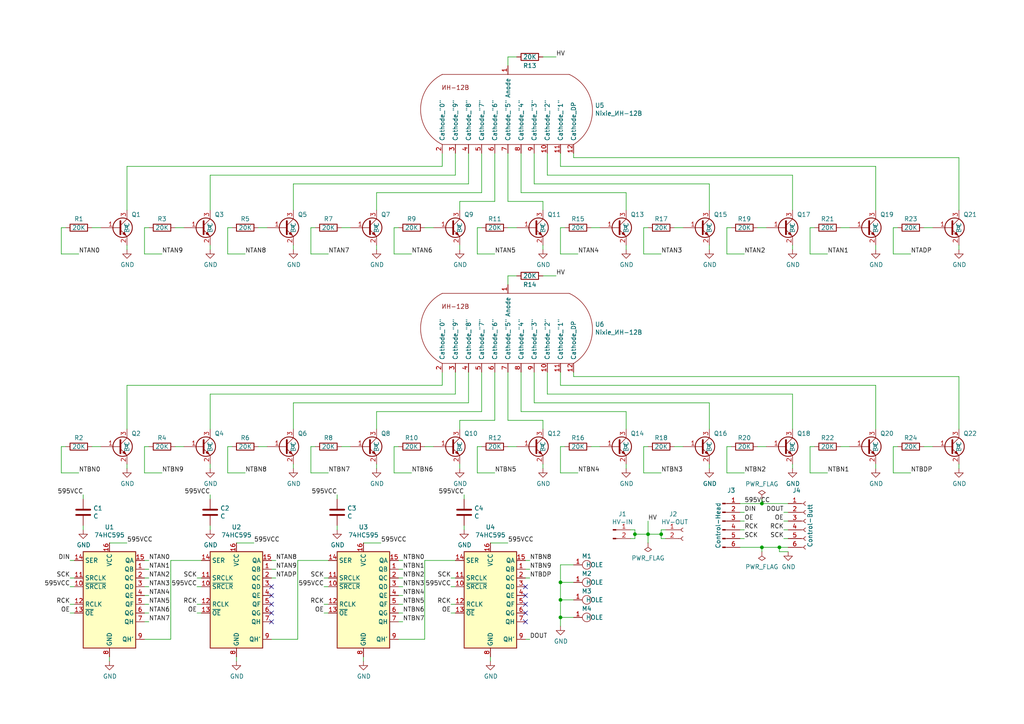
<source format=kicad_sch>
(kicad_sch (version 20230121) (generator eeschema)
  (paper "A4")
  (title_block (title "Two-pronged Approach") (date "2023-11-27") (rev "0.2") (company "Final Resolution"))
  (lib_symbols
    (symbol "Connector:Conn_01x02_Pin" (pin_names (offset 1.016) hide)
      (property "Reference" "J" (at 0 2.54 0))
      (property "Value" "Conn_01x02_Pin" (at 0 -5.08 0))
      (symbol "Conn_01x02_Pin_1_1"
        (polyline (pts (xy 1.27 -2.54) (xy 0.8636 -2.54)) (stroke (width 0.1524)))
        (polyline (pts (xy 1.27 0) (xy 0.8636 0)) (stroke (width 0.1524)))
        (rectangle (start 0.8636 -2.413) (end 0 -2.667) (stroke (width 0.1524)) (fill (type outline)))
        (rectangle (start 0.8636 0.127) (end 0 -0.127) (stroke (width 0.1524)) (fill (type outline)))
        (pin passive line (at 5.08 0 180) (length 3.81) (name "Pin_1") (number "1"))
        (pin passive line (at 5.08 -2.54 180) (length 3.81) (name "Pin_2") (number "2"))
      )
    )
    (symbol "Connector:Conn_01x02_Socket" (pin_names (offset 1.016) hide)
      (property "Reference" "J" (at 0 2.54 0))
      (property "Value" "Conn_01x02_Socket" (at 0 -5.08 0))
      (symbol "Conn_01x02_Socket_1_1"
        (arc (start 0 -2.032) (mid -0.5058 -2.54) (end 0 -3.048) (stroke (width 0.1524)))
        (polyline (pts (xy -1.27 -2.54) (xy -0.508 -2.54)) (stroke (width 0.1524)))
        (polyline (pts (xy -1.27 0) (xy -0.508 0)) (stroke (width 0.1524)))
        (arc (start 0 0.508) (mid -0.5058 0) (end 0 -0.508) (stroke (width 0.1524)))
        (pin passive line (at -5.08 0 0) (length 3.81) (name "Pin_1") (number "1"))
        (pin passive line (at -5.08 -2.54 0) (length 3.81) (name "Pin_2") (number "2"))
      )
    )
    (symbol "Connector:Conn_01x06_Pin" (pin_names (offset 1.016) hide)
      (property "Reference" "J" (at 0 7.62 0))
      (property "Value" "Conn_01x06_Pin" (at 0 -10.16 0))
      (symbol "Conn_01x06_Pin_1_1"
        (polyline (pts (xy 1.27 -7.62) (xy 0.8636 -7.62)) (stroke (width 0.1524)))
        (polyline (pts (xy 1.27 -5.08) (xy 0.8636 -5.08)) (stroke (width 0.1524)))
        (polyline (pts (xy 1.27 -2.54) (xy 0.8636 -2.54)) (stroke (width 0.1524)))
        (polyline (pts (xy 1.27 0) (xy 0.8636 0)) (stroke (width 0.1524)))
        (polyline (pts (xy 1.27 2.54) (xy 0.8636 2.54)) (stroke (width 0.1524)))
        (polyline (pts (xy 1.27 5.08) (xy 0.8636 5.08)) (stroke (width 0.1524)))
        (rectangle (start 0.8636 -7.493) (end 0 -7.747) (stroke (width 0.1524)) (fill (type outline)))
        (rectangle (start 0.8636 -4.953) (end 0 -5.207) (stroke (width 0.1524)) (fill (type outline)))
        (rectangle (start 0.8636 -2.413) (end 0 -2.667) (stroke (width 0.1524)) (fill (type outline)))
        (rectangle (start 0.8636 0.127) (end 0 -0.127) (stroke (width 0.1524)) (fill (type outline)))
        (rectangle (start 0.8636 2.667) (end 0 2.413) (stroke (width 0.1524)) (fill (type outline)))
        (rectangle (start 0.8636 5.207) (end 0 4.953) (stroke (width 0.1524)) (fill (type outline)))
        (pin passive line (at 5.08 5.08 180) (length 3.81) (name "Pin_1") (number "1"))
        (pin passive line (at 5.08 2.54 180) (length 3.81) (name "Pin_2") (number "2"))
        (pin passive line (at 5.08 0 180) (length 3.81) (name "Pin_3") (number "3"))
        (pin passive line (at 5.08 -2.54 180) (length 3.81) (name "Pin_4") (number "4"))
        (pin passive line (at 5.08 -5.08 180) (length 3.81) (name "Pin_5") (number "5"))
        (pin passive line (at 5.08 -7.62 180) (length 3.81) (name "Pin_6") (number "6"))
      )
    )
    (symbol "Connector:Conn_01x06_Socket" (pin_names (offset 1.016) hide)
      (property "Reference" "J" (at 0 7.62 0))
      (property "Value" "Conn_01x06_Socket" (at 0 -10.16 0))
      (symbol "Conn_01x06_Socket_1_1"
        (arc (start 0 -7.112) (mid -0.5058 -7.62) (end 0 -8.128) (stroke (width 0.1524)))
        (arc (start 0 -4.572) (mid -0.5058 -5.08) (end 0 -5.588) (stroke (width 0.1524)))
        (arc (start 0 -2.032) (mid -0.5058 -2.54) (end 0 -3.048) (stroke (width 0.1524)))
        (polyline (pts (xy -1.27 -7.62) (xy -0.508 -7.62)) (stroke (width 0.1524)))
        (polyline (pts (xy -1.27 -5.08) (xy -0.508 -5.08)) (stroke (width 0.1524)))
        (polyline (pts (xy -1.27 -2.54) (xy -0.508 -2.54)) (stroke (width 0.1524)))
        (polyline (pts (xy -1.27 0) (xy -0.508 0)) (stroke (width 0.1524)))
        (polyline (pts (xy -1.27 2.54) (xy -0.508 2.54)) (stroke (width 0.1524)))
        (polyline (pts (xy -1.27 5.08) (xy -0.508 5.08)) (stroke (width 0.1524)))
        (arc (start 0 0.508) (mid -0.5058 0) (end 0 -0.508) (stroke (width 0.1524)))
        (arc (start 0 3.048) (mid -0.5058 2.54) (end 0 2.032) (stroke (width 0.1524)))
        (arc (start 0 5.588) (mid -0.5058 5.08) (end 0 4.572) (stroke (width 0.1524)))
        (pin passive line (at -5.08 5.08 0) (length 3.81) (name "Pin_1") (number "1"))
        (pin passive line (at -5.08 2.54 0) (length 3.81) (name "Pin_2") (number "2"))
        (pin passive line (at -5.08 0 0) (length 3.81) (name "Pin_3") (number "3"))
        (pin passive line (at -5.08 -2.54 0) (length 3.81) (name "Pin_4") (number "4"))
        (pin passive line (at -5.08 -5.08 0) (length 3.81) (name "Pin_5") (number "5"))
        (pin passive line (at -5.08 -7.62 0) (length 3.81) (name "Pin_6") (number "6"))
      )
    )
    (symbol "Device:C" (pin_numbers hide) (pin_names (offset 0.254))
      (property "Reference" "C" (at 0.635 2.54 0))
      (property "Value" "C" (at 0.635 -2.54 0))
      (symbol "C_0_1"
        (polyline (pts (xy -2.032 -0.762) (xy 2.032 -0.762)) (stroke (width 0.508)))
        (polyline (pts (xy -2.032 0.762) (xy 2.032 0.762)) (stroke (width 0.508)))
      )
      (symbol "C_1_1"
        (pin passive line (at 0 3.81 270) (length 2.794) (name "~") (number "1"))
        (pin passive line (at 0 -3.81 90) (length 2.794) (name "~") (number "2"))
      )
    )
    (symbol "Device:R" (pin_numbers hide) (pin_names (offset 0))
      (property "Reference" "R" (at 2.032 0 90))
      (property "Value" "R" (at 0 0 90))
      (symbol "R_0_1"
        (rectangle (start -1.016 -2.54) (end 1.016 2.54) (stroke (width 0.254)))
      )
      (symbol "R_1_1"
        (pin passive line (at 0 3.81 270) (length 1.27) (name "~") (number "1"))
        (pin passive line (at 0 -3.81 90) (length 1.27) (name "~") (number "2"))
      )
    )
    (symbol "Nxie_Module:74HC595"
      (property "Reference" "U" (at -7.62 13.97 0))
      (property "Value" "74HC595" (at -7.62 -16.51 0))
      (symbol "74HC595_1_0"
        (pin tri_state line (at 10.16 7.62 180) (length 2.54) (name "QB") (number "1"))
        (pin input line (at -10.16 2.54 0) (length 2.54) (name "~{SRCLR}") (number "10"))
        (pin input line (at -10.16 5.08 0) (length 2.54) (name "SRCLK") (number "11"))
        (pin input line (at -10.16 -2.54 0) (length 2.54) (name "RCLK") (number "12"))
        (pin input line (at -10.16 -5.08 0) (length 2.54) (name "~{OE}") (number "13"))
        (pin input line (at -10.16 10.16 0) (length 2.54) (name "SER") (number "14"))
        (pin tri_state line (at 10.16 10.16 180) (length 2.54) (name "QA") (number "15"))
        (pin power_in line (at 0 15.24 270) (length 2.54) (name "VCC") (number "16"))
        (pin tri_state line (at 10.16 5.08 180) (length 2.54) (name "QC") (number "2"))
        (pin tri_state line (at 10.16 2.54 180) (length 2.54) (name "QD") (number "3"))
        (pin tri_state line (at 10.16 0 180) (length 2.54) (name "QE") (number "4"))
        (pin tri_state line (at 10.16 -2.54 180) (length 2.54) (name "QF") (number "5"))
        (pin tri_state line (at 10.16 -5.08 180) (length 2.54) (name "QG") (number "6"))
        (pin tri_state line (at 10.16 -7.62 180) (length 2.54) (name "QH") (number "7"))
        (pin power_in line (at 0 -17.78 90) (length 2.54) (name "GND") (number "8"))
        (pin output line (at 10.16 -12.7 180) (length 2.54) (name "QH'") (number "9"))
      )
      (symbol "74HC595_1_1"
        (rectangle (start -7.62 12.7) (end 7.62 -15.24) (stroke (width 0.254)) (fill (type background)))
      )
    )
    (symbol "Nxie_Module:M3-Hole" (pin_names (offset 1.016))
      (property "Reference" "M" (at 0 0 0))
      (property "Value" "M3-Hole" (at 0 0 0))
      (symbol "M3-Hole_0_1"
        (circle (center 1.27 -3.81) (radius 1.27))
      )
      (symbol "M3-Hole_1_1"
        (pin passive line (at -2.54 -3.81 0) (length 2.54) (name "HOLE") (number "1"))
      )
    )
    (symbol "Nxie_Module:MMBTA42" (pin_names (offset 1.016))
      (property "Reference" "Q" (at 0 10.16 0))
      (property "Value" "MMBTA42" (at 0 7.62 0))
      (symbol "MMBTA42_1_1"
        (polyline (pts (xy -0.635 0.635) (xy 1.27 2.54)))
        (polyline (pts (xy -0.635 -0.635) (xy 1.27 -2.54) (xy 1.27 -2.54)))
        (polyline (pts (xy -0.635 1.905) (xy -0.635 -1.905) (xy -0.635 -1.905)) (stroke (width 0.508)))
        (polyline (pts (xy 0 -1.778) (xy 0.508 -1.27) (xy 1.016 -2.286) (xy 0 -1.778) (xy 0 -1.778)) (fill (type outline)))
        (circle (center 0 0) (radius 2.8194) (stroke (width 0.254)))
        (pin input line (at -6.35 0 0) (length 5.715) (name "B") (number "1"))
        (pin passive line (at 1.27 -5.08 90) (length 2.54) (name "E") (number "2"))
        (pin passive line (at 1.27 5.08 270) (length 2.54) (name "C") (number "3"))
      )
    )
    (symbol "Nxie_Module:Nixie_ИН-12B" (pin_names (offset 1.016))
      (property "Reference" "U" (at 0 20.32 0))
      (property "Value" "Nixie_ИН-12B" (at 0 17.78 0))
      (symbol "Nixie_ИН-12B_0_0"
        (arc (start 19.05 -10.16) (mid 24.4984 0.3861) (end 17.78 10.16))
        (text "ИН-12B" (at -15.24 6.35 0) (effects (font (size 1.27 1.27))))
      )
      (symbol "Nixie_ИН-12B_0_1"
        (arc (start -19.05 10.16) (mid -25.3292 0) (end -19.05 -10.16))
        (polyline (pts (xy -19.05 10.16) (xy 17.78 10.16)))
        (polyline (pts (xy 19.05 -10.16) (xy -19.05 -10.16)))
      )
      (symbol "Nixie_ИН-12B_1_1"
        (pin power_in line (at 0 12.7 270) (length 2.54) (name "Anode") (number "1"))
        (pin input line (at 11.43 -12.7 90) (length 2.54) (name "Cathode_\"2\"") (number "10"))
        (pin input line (at 15.24 -12.7 90) (length 2.54) (name "Cathode_\"1\"") (number "11"))
        (pin input line (at 19.05 -12.7 90) (length 2.54) (name "Cathode_DP") (number "12"))
        (pin input line (at -19.05 -12.7 90) (length 2.54) (name "Cathode_\"0\"") (number "2"))
        (pin input line (at -15.24 -12.7 90) (length 2.54) (name "Cathode_\"9\"") (number "3"))
        (pin input line (at -11.43 -12.7 90) (length 2.54) (name "Cathode_\"8\"") (number "4"))
        (pin input line (at -7.62 -12.7 90) (length 2.54) (name "Cathode_\"7\"") (number "5"))
        (pin input line (at -3.81 -12.7 90) (length 2.54) (name "Cathode_\"6\"") (number "6"))
        (pin input line (at 0 -12.7 90) (length 2.54) (name "Cathode_\"5\"") (number "7"))
        (pin input line (at 3.81 -12.7 90) (length 2.54) (name "Cathode_\"4\"") (number "8"))
        (pin input line (at 7.62 -12.7 90) (length 2.54) (name "Cathode_\"3\"") (number "9"))
      )
    )
    (symbol "power:GND" (power) (pin_names (offset 0))
      (property "Value" "GND" (at 0 -3.81 0))
      (symbol "GND_0_1"
        (polyline (pts (xy 0 0) (xy 0 -1.27) (xy 1.27 -1.27) (xy 0 -2.54) (xy -1.27 -1.27) (xy 0 -1.27)))
      )
      (symbol "GND_1_1"
        (pin power_in line (at 0 0 270) (length 0) hide (name "GND") (number "1"))
      )
    )
    (symbol "power:PWR_FLAG" (power) (pin_numbers hide) (pin_names (offset 0) hide)
      (property "Value" "PWR_FLAG" (at 0 3.81 0))
      (symbol "PWR_FLAG_0_0"
        (pin power_out line (at 0 0 90) (length 0) (name "pwr") (number "1"))
      )
      (symbol "PWR_FLAG_0_1"
        (polyline (pts (xy 0 0) (xy 0 1.27) (xy -1.016 1.905) (xy 0 2.54) (xy 1.016 1.905) (xy 0 1.27)))
      )
    )
  )
  (junction (at 191.77 154.94))
  (junction (at 220.98 146.05))
  (junction (at 184.15 154.94))
  (junction (at 162.56 173.99))
  (junction (at 220.98 158.75))
  (junction (at 187.96 154.94))
  (junction (at 162.56 168.91))
  (junction (at 226.06 158.75))
  (junction (at 162.56 179.07))
  (no_connect (at 78.74 172.72))
  (no_connect (at 152.4 180.34))
  (no_connect (at 152.4 170.18))
  (no_connect (at 78.74 180.34))
  (no_connect (at 152.4 177.8))
  (no_connect (at 152.4 175.26))
  (no_connect (at 78.74 175.26))
  (no_connect (at 78.74 170.18))
  (no_connect (at 78.74 177.8))
  (no_connect (at 152.4 172.72))
  (wire (pts (xy 228.6 153.67) (xy 227.33 153.67)))
  (wire (pts (xy 139.7 55.88) (xy 109.22 55.88)))
  (wire (pts (xy 86.36 162.56) (xy 95.25 162.56)))
  (wire (pts (xy 130.81 167.64) (xy 132.08 167.64)))
  (wire (pts (xy 133.35 60.96) (xy 133.35 58.42)))
  (wire (pts (xy 187.96 154.94) (xy 187.96 151.13)))
  (wire (pts (xy 187.96 154.94) (xy 191.77 154.94)))
  (wire (pts (xy 139.7 119.38) (xy 109.22 119.38)))
  (wire (pts (xy 139.7 66.04) (xy 138.43 66.04)))
  (wire (pts (xy 93.98 167.64) (xy 95.25 167.64)))
  (wire (pts (xy 162.56 181.61) (xy 162.56 179.07)))
  (wire (pts (xy 36.83 111.76) (xy 36.83 124.46)))
  (wire (pts (xy 162.56 137.16) (xy 167.64 137.16)))
  (wire (pts (xy 20.32 167.64) (xy 21.59 167.64)))
  (wire (pts (xy 90.17 66.04) (xy 90.17 73.66)))
  (wire (pts (xy 31.75 191.77) (xy 31.75 190.5)))
  (wire (pts (xy 128.27 111.76) (xy 36.83 111.76)))
  (wire (pts (xy 29.21 129.54) (xy 26.67 129.54)))
  (wire (pts (xy 162.56 66.04) (xy 162.56 73.66)))
  (wire (pts (xy 236.22 66.04) (xy 234.95 66.04)))
  (wire (pts (xy 67.31 66.04) (xy 66.04 66.04)))
  (wire (pts (xy 36.83 72.39) (xy 36.83 71.12)))
  (wire (pts (xy 212.09 129.54) (xy 210.82 129.54)))
  (wire (pts (xy 43.18 129.54) (xy 41.91 129.54)))
  (wire (pts (xy 260.35 66.04) (xy 259.08 66.04)))
  (wire (pts (xy 110.49 157.48) (xy 105.41 157.48)))
  (wire (pts (xy 173.99 66.04) (xy 171.45 66.04)))
  (wire (pts (xy 66.04 129.54) (xy 66.04 137.16)))
  (wire (pts (xy 114.3 73.66) (xy 119.38 73.66)))
  (wire (pts (xy 139.7 129.54) (xy 138.43 129.54)))
  (wire (pts (xy 60.96 152.4) (xy 60.96 153.67)))
  (wire (pts (xy 90.17 137.16) (xy 95.25 137.16)))
  (wire (pts (xy 220.98 146.05) (xy 220.98 144.78)))
  (wire (pts (xy 21.59 170.18) (xy 20.32 170.18)))
  (wire (pts (xy 133.35 135.89) (xy 133.35 134.62)))
  (wire (pts (xy 138.43 73.66) (xy 143.51 73.66)))
  (wire (pts (xy 85.09 135.89) (xy 85.09 134.62)))
  (wire (pts (xy 147.32 16.51) (xy 149.86 16.51)))
  (wire (pts (xy 101.6 66.04) (xy 99.06 66.04)))
  (wire (pts (xy 57.15 170.18) (xy 58.42 170.18)))
  (wire (pts (xy 114.3 137.16) (xy 119.38 137.16)))
  (wire (pts (xy 114.3 129.54) (xy 114.3 137.16)))
  (wire (pts (xy 123.19 162.56) (xy 132.08 162.56)))
  (wire (pts (xy 128.27 107.95) (xy 128.27 111.76)))
  (wire (pts (xy 41.91 73.66) (xy 46.99 73.66)))
  (wire (pts (xy 158.75 114.3) (xy 229.87 114.3)))
  (wire (pts (xy 198.12 66.04) (xy 195.58 66.04)))
  (wire (pts (xy 254 72.39) (xy 254 71.12)))
  (wire (pts (xy 115.57 185.42) (xy 123.19 185.42)))
  (wire (pts (xy 181.61 119.38) (xy 181.61 124.46)))
  (wire (pts (xy 115.57 66.04) (xy 114.3 66.04)))
  (wire (pts (xy 36.83 157.48) (xy 31.75 157.48)))
  (wire (pts (xy 77.47 129.54) (xy 74.93 129.54)))
  (wire (pts (xy 138.43 129.54) (xy 138.43 137.16)))
  (wire (pts (xy 162.56 179.07) (xy 166.37 179.07)))
  (wire (pts (xy 220.98 160.02) (xy 220.98 158.75)))
  (wire (pts (xy 229.87 50.8) (xy 229.87 60.96)))
  (wire (pts (xy 109.22 119.38) (xy 109.22 124.46)))
  (wire (pts (xy 24.13 152.4) (xy 24.13 153.67)))
  (wire (pts (xy 151.13 107.95) (xy 151.13 119.38)))
  (wire (pts (xy 162.56 107.95) (xy 162.56 111.76)))
  (wire (pts (xy 163.83 129.54) (xy 162.56 129.54)))
  (wire (pts (xy 138.43 137.16) (xy 143.51 137.16)))
  (wire (pts (xy 147.32 58.42) (xy 157.48 58.42)))
  (wire (pts (xy 85.09 116.84) (xy 85.09 124.46)))
  (wire (pts (xy 191.77 153.67) (xy 191.77 154.94)))
  (wire (pts (xy 227.33 156.21) (xy 228.6 156.21)))
  (wire (pts (xy 187.96 157.48) (xy 187.96 154.94)))
  (wire (pts (xy 143.51 121.92) (xy 143.51 107.95)))
  (wire (pts (xy 60.96 72.39) (xy 60.96 71.12)))
  (wire (pts (xy 229.87 114.3) (xy 229.87 124.46)))
  (wire (pts (xy 162.56 73.66) (xy 167.64 73.66)))
  (wire (pts (xy 259.08 66.04) (xy 259.08 73.66)))
  (wire (pts (xy 138.43 66.04) (xy 138.43 73.66)))
  (wire (pts (xy 49.53 185.42) (xy 49.53 162.56)))
  (wire (pts (xy 133.35 124.46) (xy 133.35 121.92)))
  (wire (pts (xy 157.48 72.39) (xy 157.48 71.12)))
  (wire (pts (xy 147.32 121.92) (xy 157.48 121.92)))
  (wire (pts (xy 91.44 66.04) (xy 90.17 66.04)))
  (wire (pts (xy 162.56 163.83) (xy 162.56 168.91)))
  (wire (pts (xy 95.25 177.8) (xy 93.98 177.8)))
  (wire (pts (xy 123.19 185.42) (xy 123.19 162.56)))
  (wire (pts (xy 135.89 107.95) (xy 135.89 116.84)))
  (wire (pts (xy 29.21 66.04) (xy 26.67 66.04)))
  (wire (pts (xy 17.78 129.54) (xy 17.78 137.16)))
  (wire (pts (xy 116.84 175.26) (xy 115.57 175.26)))
  (wire (pts (xy 259.08 137.16) (xy 264.16 137.16)))
  (wire (pts (xy 97.79 144.78) (xy 97.79 143.51)))
  (wire (pts (xy 234.95 66.04) (xy 234.95 73.66)))
  (wire (pts (xy 214.63 156.21) (xy 215.9 156.21)))
  (wire (pts (xy 278.13 109.22) (xy 278.13 124.46)))
  (wire (pts (xy 95.25 170.18) (xy 93.98 170.18)))
  (wire (pts (xy 135.89 44.45) (xy 135.89 53.34)))
  (wire (pts (xy 181.61 55.88) (xy 181.61 60.96)))
  (wire (pts (xy 254 48.26) (xy 254 60.96)))
  (wire (pts (xy 132.08 44.45) (xy 132.08 50.8)))
  (wire (pts (xy 184.15 156.21) (xy 184.15 154.94)))
  (wire (pts (xy 205.74 135.89) (xy 205.74 134.62)))
  (wire (pts (xy 254 111.76) (xy 254 124.46)))
  (wire (pts (xy 66.04 73.66) (xy 71.12 73.66)))
  (wire (pts (xy 205.74 116.84) (xy 205.74 124.46)))
  (wire (pts (xy 132.08 170.18) (xy 130.81 170.18)))
  (wire (pts (xy 198.12 129.54) (xy 195.58 129.54)))
  (wire (pts (xy 228.6 151.13) (xy 227.33 151.13)))
  (wire (pts (xy 115.57 167.64) (xy 116.84 167.64)))
  (wire (pts (xy 187.96 129.54) (xy 186.69 129.54)))
  (wire (pts (xy 41.91 180.34) (xy 43.18 180.34)))
  (wire (pts (xy 236.22 129.54) (xy 234.95 129.54)))
  (wire (pts (xy 130.81 175.26) (xy 132.08 175.26)))
  (wire (pts (xy 205.74 53.34) (xy 205.74 60.96)))
  (wire (pts (xy 41.91 66.04) (xy 41.91 73.66)))
  (wire (pts (xy 132.08 107.95) (xy 132.08 114.3)))
  (wire (pts (xy 228.6 148.59) (xy 227.33 148.59)))
  (wire (pts (xy 246.38 129.54) (xy 243.84 129.54)))
  (wire (pts (xy 41.91 137.16) (xy 46.99 137.16)))
  (wire (pts (xy 17.78 73.66) (xy 22.86 73.66)))
  (wire (pts (xy 152.4 185.42) (xy 153.67 185.42)))
  (wire (pts (xy 41.91 162.56) (xy 43.18 162.56)))
  (wire (pts (xy 60.96 135.89) (xy 60.96 134.62)))
  (wire (pts (xy 41.91 129.54) (xy 41.91 137.16)))
  (wire (pts (xy 115.57 170.18) (xy 116.84 170.18)))
  (wire (pts (xy 166.37 107.95) (xy 166.37 109.22)))
  (wire (pts (xy 133.35 121.92) (xy 143.51 121.92)))
  (wire (pts (xy 128.27 44.45) (xy 128.27 48.26)))
  (wire (pts (xy 157.48 121.92) (xy 157.48 124.46)))
  (wire (pts (xy 234.95 73.66) (xy 240.03 73.66)))
  (wire (pts (xy 186.69 129.54) (xy 186.69 137.16)))
  (wire (pts (xy 114.3 66.04) (xy 114.3 73.66)))
  (wire (pts (xy 184.15 154.94) (xy 184.15 153.67)))
  (wire (pts (xy 187.96 66.04) (xy 186.69 66.04)))
  (wire (pts (xy 214.63 158.75) (xy 220.98 158.75)))
  (wire (pts (xy 157.48 58.42) (xy 157.48 60.96)))
  (wire (pts (xy 166.37 44.45) (xy 166.37 45.72)))
  (wire (pts (xy 154.94 116.84) (xy 205.74 116.84)))
  (wire (pts (xy 135.89 116.84) (xy 85.09 116.84)))
  (wire (pts (xy 125.73 66.04) (xy 123.19 66.04)))
  (wire (pts (xy 215.9 148.59) (xy 214.63 148.59)))
  (wire (pts (xy 109.22 72.39) (xy 109.22 71.12)))
  (wire (pts (xy 142.24 191.77) (xy 142.24 190.5)))
  (wire (pts (xy 173.99 129.54) (xy 171.45 129.54)))
  (wire (pts (xy 259.08 129.54) (xy 259.08 137.16)))
  (wire (pts (xy 154.94 44.45) (xy 154.94 53.34)))
  (wire (pts (xy 210.82 129.54) (xy 210.82 137.16)))
  (wire (pts (xy 68.58 191.77) (xy 68.58 190.5)))
  (wire (pts (xy 143.51 58.42) (xy 143.51 44.45)))
  (wire (pts (xy 210.82 137.16) (xy 215.9 137.16)))
  (wire (pts (xy 17.78 66.04) (xy 17.78 73.66)))
  (wire (pts (xy 147.32 80.01) (xy 149.86 80.01)))
  (wire (pts (xy 181.61 135.89) (xy 181.61 134.62)))
  (wire (pts (xy 36.83 48.26) (xy 36.83 60.96)))
  (wire (pts (xy 210.82 66.04) (xy 210.82 73.66)))
  (wire (pts (xy 181.61 72.39) (xy 181.61 71.12)))
  (wire (pts (xy 166.37 45.72) (xy 278.13 45.72)))
  (wire (pts (xy 166.37 168.91) (xy 162.56 168.91)))
  (wire (pts (xy 260.35 129.54) (xy 259.08 129.54)))
  (wire (pts (xy 24.13 144.78) (xy 24.13 143.51)))
  (wire (pts (xy 135.89 53.34) (xy 85.09 53.34)))
  (wire (pts (xy 132.08 50.8) (xy 60.96 50.8)))
  (wire (pts (xy 134.62 144.78) (xy 134.62 143.51)))
  (wire (pts (xy 270.51 129.54) (xy 267.97 129.54)))
  (wire (pts (xy 229.87 72.39) (xy 229.87 71.12)))
  (wire (pts (xy 166.37 163.83) (xy 162.56 163.83)))
  (wire (pts (xy 116.84 180.34) (xy 115.57 180.34)))
  (wire (pts (xy 66.04 137.16) (xy 71.12 137.16)))
  (wire (pts (xy 205.74 72.39) (xy 205.74 71.12)))
  (wire (pts (xy 154.94 107.95) (xy 154.94 116.84)))
  (wire (pts (xy 158.75 44.45) (xy 158.75 50.8)))
  (wire (pts (xy 60.96 114.3) (xy 60.96 124.46)))
  (wire (pts (xy 142.24 157.48) (xy 147.32 157.48)))
  (wire (pts (xy 101.6 129.54) (xy 99.06 129.54)))
  (wire (pts (xy 85.09 72.39) (xy 85.09 71.12)))
  (wire (pts (xy 278.13 135.89) (xy 278.13 134.62)))
  (wire (pts (xy 186.69 66.04) (xy 186.69 73.66)))
  (wire (pts (xy 105.41 191.77) (xy 105.41 190.5)))
  (wire (pts (xy 149.86 66.04) (xy 147.32 66.04)))
  (wire (pts (xy 214.63 151.13) (xy 215.9 151.13)))
  (wire (pts (xy 228.6 160.02) (xy 226.06 160.02)))
  (wire (pts (xy 229.87 135.89) (xy 229.87 134.62)))
  (wire (pts (xy 132.08 114.3) (xy 60.96 114.3)))
  (wire (pts (xy 186.69 137.16) (xy 191.77 137.16)))
  (wire (pts (xy 163.83 66.04) (xy 162.56 66.04)))
  (wire (pts (xy 147.32 19.05) (xy 147.32 16.51)))
  (wire (pts (xy 254 135.89) (xy 254 134.62)))
  (wire (pts (xy 115.57 177.8) (xy 116.84 177.8)))
  (wire (pts (xy 214.63 146.05) (xy 220.98 146.05)))
  (wire (pts (xy 153.67 162.56) (xy 152.4 162.56)))
  (wire (pts (xy 222.25 66.04) (xy 219.71 66.04)))
  (wire (pts (xy 151.13 55.88) (xy 181.61 55.88)))
  (wire (pts (xy 151.13 119.38) (xy 181.61 119.38)))
  (wire (pts (xy 212.09 66.04) (xy 210.82 66.04)))
  (wire (pts (xy 36.83 135.89) (xy 36.83 134.62)))
  (wire (pts (xy 134.62 153.67) (xy 134.62 152.4)))
  (wire (pts (xy 226.06 160.02) (xy 226.06 158.75)))
  (wire (pts (xy 184.15 153.67) (xy 182.88 153.67)))
  (wire (pts (xy 90.17 129.54) (xy 90.17 137.16)))
  (wire (pts (xy 41.91 185.42) (xy 49.53 185.42)))
  (wire (pts (xy 226.06 158.75) (xy 228.6 158.75)))
  (wire (pts (xy 157.48 135.89) (xy 157.48 134.62)))
  (wire (pts (xy 166.37 109.22) (xy 278.13 109.22)))
  (wire (pts (xy 41.91 165.1) (xy 43.18 165.1)))
  (wire (pts (xy 162.56 129.54) (xy 162.56 137.16)))
  (wire (pts (xy 157.48 80.01) (xy 161.29 80.01)))
  (wire (pts (xy 193.04 153.67) (xy 191.77 153.67)))
  (wire (pts (xy 157.48 16.51) (xy 161.29 16.51)))
  (wire (pts (xy 21.59 177.8) (xy 20.32 177.8)))
  (wire (pts (xy 133.35 72.39) (xy 133.35 71.12)))
  (wire (pts (xy 60.96 50.8) (xy 60.96 60.96)))
  (wire (pts (xy 234.95 137.16) (xy 240.03 137.16)))
  (wire (pts (xy 73.66 157.48) (xy 68.58 157.48)))
  (wire (pts (xy 215.9 153.67) (xy 214.63 153.67)))
  (wire (pts (xy 278.13 45.72) (xy 278.13 60.96)))
  (wire (pts (xy 191.77 154.94) (xy 191.77 156.21)))
  (wire (pts (xy 182.88 156.21) (xy 184.15 156.21)))
  (wire (pts (xy 125.73 129.54) (xy 123.19 129.54)))
  (wire (pts (xy 57.15 177.8) (xy 58.42 177.8)))
  (wire (pts (xy 149.86 129.54) (xy 147.32 129.54)))
  (wire (pts (xy 109.22 135.89) (xy 109.22 134.62)))
  (wire (pts (xy 151.13 44.45) (xy 151.13 55.88)))
  (wire (pts (xy 186.69 73.66) (xy 191.77 73.66)))
  (wire (pts (xy 53.34 129.54) (xy 50.8 129.54)))
  (wire (pts (xy 49.53 162.56) (xy 58.42 162.56)))
  (wire (pts (xy 147.32 82.55) (xy 147.32 80.01)))
  (wire (pts (xy 184.15 154.94) (xy 187.96 154.94)))
  (wire (pts (xy 80.01 162.56) (xy 78.74 162.56)))
  (wire (pts (xy 66.04 66.04) (xy 66.04 73.66)))
  (wire (pts (xy 41.91 175.26) (xy 43.18 175.26)))
  (wire (pts (xy 109.22 55.88) (xy 109.22 60.96)))
  (wire (pts (xy 58.42 175.26) (xy 57.15 175.26)))
  (wire (pts (xy 246.38 66.04) (xy 243.84 66.04)))
  (wire (pts (xy 162.56 111.76) (xy 254 111.76)))
  (wire (pts (xy 17.78 137.16) (xy 22.86 137.16)))
  (wire (pts (xy 132.08 177.8) (xy 130.81 177.8)))
  (wire (pts (xy 19.05 129.54) (xy 17.78 129.54)))
  (wire (pts (xy 259.08 73.66) (xy 264.16 73.66)))
  (wire (pts (xy 115.57 172.72) (xy 116.84 172.72)))
  (wire (pts (xy 147.32 44.45) (xy 147.32 58.42)))
  (wire (pts (xy 78.74 185.42) (xy 86.36 185.42)))
  (wire (pts (xy 222.25 129.54) (xy 219.71 129.54)))
  (wire (pts (xy 97.79 152.4) (xy 97.79 153.67)))
  (wire (pts (xy 133.35 58.42) (xy 143.51 58.42)))
  (wire (pts (xy 152.4 165.1) (xy 153.67 165.1)))
  (wire (pts (xy 58.42 167.64) (xy 57.15 167.64)))
  (wire (pts (xy 220.98 158.75) (xy 226.06 158.75)))
  (wire (pts (xy 41.91 177.8) (xy 43.18 177.8)))
  (wire (pts (xy 278.13 72.39) (xy 278.13 71.12)))
  (wire (pts (xy 19.05 66.04) (xy 17.78 66.04)))
  (wire (pts (xy 162.56 44.45) (xy 162.56 48.26)))
  (wire (pts (xy 210.82 73.66) (xy 215.9 73.66)))
  (wire (pts (xy 158.75 107.95) (xy 158.75 114.3)))
  (wire (pts (xy 139.7 107.95) (xy 139.7 119.38)))
  (wire (pts (xy 90.17 73.66) (xy 95.25 73.66)))
  (wire (pts (xy 162.56 48.26) (xy 254 48.26)))
  (wire (pts (xy 20.32 162.56) (xy 21.59 162.56)))
  (wire (pts (xy 85.09 53.34) (xy 85.09 60.96)))
  (wire (pts (xy 60.96 144.78) (xy 60.96 143.51)))
  (wire (pts (xy 162.56 173.99) (xy 162.56 179.07)))
  (wire (pts (xy 139.7 44.45) (xy 139.7 55.88)))
  (wire (pts (xy 147.32 107.95) (xy 147.32 121.92)))
  (wire (pts (xy 93.98 175.26) (xy 95.25 175.26)))
  (wire (pts (xy 78.74 165.1) (xy 80.01 165.1)))
  (wire (pts (xy 220.98 146.05) (xy 228.6 146.05)))
  (wire (pts (xy 166.37 173.99) (xy 162.56 173.99)))
  (wire (pts (xy 53.34 66.04) (xy 50.8 66.04)))
  (wire (pts (xy 270.51 66.04) (xy 267.97 66.04)))
  (wire (pts (xy 154.94 53.34) (xy 205.74 53.34)))
  (wire (pts (xy 41.91 172.72) (xy 43.18 172.72)))
  (wire (pts (xy 77.47 66.04) (xy 74.93 66.04)))
  (wire (pts (xy 80.01 167.64) (xy 78.74 167.64)))
  (wire (pts (xy 128.27 48.26) (xy 36.83 48.26)))
  (wire (pts (xy 162.56 168.91) (xy 162.56 173.99)))
  (wire (pts (xy 191.77 156.21) (xy 193.04 156.21)))
  (wire (pts (xy 234.95 129.54) (xy 234.95 137.16)))
  (wire (pts (xy 43.18 66.04) (xy 41.91 66.04)))
  (wire (pts (xy 158.75 50.8) (xy 229.87 50.8)))
  (wire (pts (xy 91.44 129.54) (xy 90.17 129.54)))
  (wire (pts (xy 153.67 167.64) (xy 152.4 167.64)))
  (wire (pts (xy 41.91 170.18) (xy 43.18 170.18)))
  (wire (pts (xy 115.57 165.1) (xy 116.84 165.1)))
  (wire (pts (xy 115.57 129.54) (xy 114.3 129.54)))
  (wire (pts (xy 116.84 162.56) (xy 115.57 162.56)))
  (wire (pts (xy 20.32 175.26) (xy 21.59 175.26)))
  (wire (pts (xy 86.36 185.42) (xy 86.36 162.56)))
  (wire (pts (xy 41.91 167.64) (xy 43.18 167.64)))
  (wire (pts (xy 67.31 129.54) (xy 66.04 129.54)))
  (label "NTBDP" (at 264.16 137.16 0))
  (label "NTBN3" (at 191.77 137.16 0))
  (label "OE" (at 227.33 151.13 180))
  (label "595VCC" (at 215.9 146.05 0))
  (label "SCK" (at 227.33 156.21 180))
  (label "NTAN0" (at 43.18 162.56 0))
  (label "595VCC" (at 60.96 143.51 180))
  (label "RCK" (at 57.15 175.26 180))
  (label "DIN" (at 215.9 148.59 0))
  (label "NTBN6" (at 116.84 177.8 0))
  (label "SCK" (at 93.98 167.64 180))
  (label "NTAN1" (at 43.18 165.1 0))
  (label "SCK" (at 130.81 167.64 180))
  (label "NTADP" (at 264.16 73.66 0))
  (label "NTAN9" (at 80.01 165.1 0))
  (label "595VCC" (at 110.49 157.48 0))
  (label "RCK" (at 20.32 175.26 180))
  (label "595VCC" (at 20.32 170.18 180))
  (label "NTAN2" (at 215.9 73.66 0))
  (label "NTBN8" (at 153.67 162.56 0))
  (label "NTAN9" (at 46.99 73.66 0))
  (label "NTAN3" (at 191.77 73.66 0))
  (label "NTBN1" (at 116.84 165.1 0))
  (label "NTBN4" (at 116.84 172.72 0))
  (label "SCK" (at 215.9 156.21 0))
  (label "NTBN2" (at 116.84 167.64 0))
  (label "NTBN1" (at 240.03 137.16 0))
  (label "595VCC" (at 97.79 143.51 180))
  (label "DIN" (at 20.32 162.56 180))
  (label "595VCC" (at 134.62 143.51 180))
  (label "595VCC" (at 24.13 143.51 180))
  (label "NTAN2" (at 43.18 167.64 0))
  (label "NTAN4" (at 167.64 73.66 0))
  (label "SCK" (at 57.15 167.64 180))
  (label "DOUT" (at 153.67 185.42 0))
  (label "NTBDP" (at 153.67 167.64 0))
  (label "NTBN4" (at 167.64 137.16 0))
  (label "DOUT" (at 227.33 148.59 180))
  (label "NTBN3" (at 116.84 170.18 0))
  (label "NTAN5" (at 43.18 175.26 0))
  (label "OE" (at 215.9 151.13 0))
  (label "OE" (at 57.15 177.8 180))
  (label "NTBN5" (at 143.51 137.16 0))
  (label "NTAN0" (at 22.86 73.66 0))
  (label "NTBN8" (at 71.12 137.16 0))
  (label "NTADP" (at 80.01 167.64 0))
  (label "NTBN2" (at 215.9 137.16 0))
  (label "595VCC" (at 36.83 157.48 0))
  (label "595VCC" (at 57.15 170.18 180))
  (label "NTAN6" (at 43.18 177.8 0))
  (label "NTAN1" (at 240.03 73.66 0))
  (label "HV" (at 161.29 80.01 0))
  (label "RCK" (at 215.9 153.67 0))
  (label "NTAN8" (at 71.12 73.66 0))
  (label "NTBN0" (at 116.84 162.56 0))
  (label "RCK" (at 130.81 175.26 180))
  (label "NTBN5" (at 116.84 175.26 0))
  (label "595VCC" (at 130.81 170.18 180))
  (label "OE" (at 93.98 177.8 180))
  (label "NTAN7" (at 95.25 73.66 0))
  (label "NTBN6" (at 119.38 137.16 0))
  (label "NTAN4" (at 43.18 172.72 0))
  (label "HV" (at 161.29 16.51 0))
  (label "RCK" (at 227.33 153.67 180))
  (label "NTBN7" (at 116.84 180.34 0))
  (label "NTAN5" (at 143.51 73.66 0))
  (label "NTBN9" (at 46.99 137.16 0))
  (label "SCK" (at 20.32 167.64 180))
  (label "NTBN7" (at 95.25 137.16 0))
  (label "595VCC" (at 147.32 157.48 0))
  (label "OE" (at 130.81 177.8 180))
  (label "NTBN0" (at 22.86 137.16 0))
  (label "595VCC" (at 93.98 170.18 180))
  (label "NTAN7" (at 43.18 180.34 0))
  (label "NTAN8" (at 80.01 162.56 0))
  (label "RCK" (at 93.98 175.26 180))
  (label "OE" (at 20.32 177.8 180))
  (label "NTBN9" (at 153.67 165.1 0))
  (label "NTAN3" (at 43.18 170.18 0))
  (label "NTAN6" (at 119.38 73.66 0))
  (label "595VCC" (at 73.66 157.48 0))
  (label "HV" (at 187.96 151.13 0))
  (symbol (lib_id "Nxie_Module:74HC595") (at 31.75 172.72 0) (unit 1)
    (property "Reference" "U1" (at 31.75 152.8826 0))
    (property "Value" "74HC595" (at 31.75 155.194 0))
    (property "Footprint" "Test-Board:SOP-16_4.55x10.3mm_P1.27mm" (effects hide))
  )
  (symbol (lib_id "Nxie_Module:Nixie_ИН-12B") (at 147.32 31.75 0) (unit 1)
    (property "Reference" "U5" (at 172.5422 30.5816 0) (effects (justify left)))
    (property "Value" "Nixie_ИН-12B" (at 172.5422 32.893 0) (effects (justify left)))
    (property "Footprint" "Test-Board:IN-12B-Use-Pin-Header-3" (effects hide))
  )
  (symbol (lib_id "Nxie_Module:MMBTA42") (at 156.21 66.04 0) (unit 1)
    (property "Reference" "Q11" (at 158.75 62.23 0) (effects (justify left)))
    (property "Value" "MMBTA42" (effects hide))
    (property "Footprint" "Test-Board:SOT-23" (effects hide))
  )
  (symbol (lib_id "Nxie_Module:74HC595") (at 68.58 172.72 0) (unit 1)
    (property "Reference" "U2" (at 68.58 152.8826 0))
    (property "Value" "74HC595" (at 68.58 155.194 0))
    (property "Footprint" "Test-Board:SOP-16_4.55x10.3mm_P1.27mm" (effects hide))
  )
  (symbol (lib_id "Nxie_Module:74HC595") (at 105.41 172.72 0) (unit 1)
    (property "Reference" "U3" (at 105.41 152.8826 0))
    (property "Value" "74HC595" (at 105.41 155.194 0))
    (property "Footprint" "Test-Board:SOP-16_4.55x10.3mm_P1.27mm" (effects hide))
  )
  (symbol (lib_id "Nxie_Module:74HC595") (at 142.24 172.72 0) (unit 1)
    (property "Reference" "U4" (at 142.24 152.8826 0))
    (property "Value" "74HC595" (at 142.24 155.194 0))
    (property "Footprint" "Test-Board:SOP-16_4.55x10.3mm_P1.27mm" (effects hide))
  )
  (symbol (lib_id "Device:R") (at 153.67 16.51 270) (unit 1)
    (property "Reference" "R13" (at 153.67 19.05 90))
    (property "Value" "20K" (at 153.67 16.51 90))
    (property "Footprint" "Test-Board:R_1206_3216Metric_Pad1.42x1.75mm_HandSolder" (effects hide))
  )
  (symbol (lib_id "Device:C") (at 24.13 148.59 0) (unit 1)
    (property "Reference" "C1" (at 27.051 147.4216 0) (effects (justify left)))
    (property "Value" "C" (at 27.051 149.733 0) (effects (justify left)))
    (property "Footprint" "Test-Board:C_0603_1608Metric_Pad1.05x0.95mm_HandSolder" (effects hide))
  )
  (symbol (lib_id "Device:C") (at 60.96 148.59 0) (unit 1)
    (property "Reference" "C2" (at 63.881 147.4216 0) (effects (justify left)))
    (property "Value" "C" (at 63.881 149.733 0) (effects (justify left)))
    (property "Footprint" "Test-Board:C_0603_1608Metric_Pad1.05x0.95mm_HandSolder" (effects hide))
  )
  (symbol (lib_id "Device:C") (at 97.79 148.59 0) (unit 1)
    (property "Reference" "C3" (at 100.711 147.4216 0) (effects (justify left)))
    (property "Value" "C" (at 100.711 149.733 0) (effects (justify left)))
    (property "Footprint" "Test-Board:C_0603_1608Metric_Pad1.05x0.95mm_HandSolder" (effects hide))
  )
  (symbol (lib_id "Device:C") (at 134.62 148.59 0) (unit 1)
    (property "Reference" "C4" (at 137.541 147.4216 0) (effects (justify left)))
    (property "Value" "C" (at 137.541 149.733 0) (effects (justify left)))
    (property "Footprint" "Test-Board:C_0603_1608Metric_Pad1.05x0.95mm_HandSolder" (effects hide))
  )
  (symbol (lib_id "Device:R") (at 143.51 66.04 270) (unit 1)
    (property "Reference" "R11" (at 143.51 63.5 90))
    (property "Value" "20K" (at 143.51 66.04 90))
    (property "Footprint" "Test-Board:R_0603_1608Metric_Pad1.05x0.95mm_HandSolder" (effects hide))
  )
  (symbol (lib_id "power:GND") (at 157.48 72.39 0) (unit 1)
    (property "Reference" "#PWR019" (effects hide))
    (property "Value" "GND" (at 157.607 76.7842 0))
  )
  (symbol (lib_id "Nxie_Module:MMBTA42") (at 180.34 66.04 0) (unit 1)
    (property "Reference" "Q13" (at 182.88 62.23 0) (effects (justify left)))
    (property "Value" "MMBTA42" (effects hide))
    (property "Footprint" "Test-Board:SOT-23" (effects hide))
  )
  (symbol (lib_id "Device:R") (at 167.64 66.04 270) (unit 1)
    (property "Reference" "R15" (at 167.64 63.5 90))
    (property "Value" "20K" (at 167.64 66.04 90))
    (property "Footprint" "Test-Board:R_0603_1608Metric_Pad1.05x0.95mm_HandSolder" (effects hide))
  )
  (symbol (lib_id "power:GND") (at 181.61 72.39 0) (unit 1)
    (property "Reference" "#PWR022" (effects hide))
    (property "Value" "GND" (at 181.737 76.7842 0))
  )
  (symbol (lib_id "Nxie_Module:MMBTA42") (at 204.47 66.04 0) (unit 1)
    (property "Reference" "Q15" (at 207.01 62.23 0) (effects (justify left)))
    (property "Value" "MMBTA42" (effects hide))
    (property "Footprint" "Test-Board:SOT-23" (effects hide))
  )
  (symbol (lib_id "Device:R") (at 191.77 66.04 270) (unit 1)
    (property "Reference" "R17" (at 191.77 63.5 90))
    (property "Value" "20K" (at 191.77 66.04 90))
    (property "Footprint" "Test-Board:R_0603_1608Metric_Pad1.05x0.95mm_HandSolder" (effects hide))
  )
  (symbol (lib_id "power:GND") (at 205.74 72.39 0) (unit 1)
    (property "Reference" "#PWR024" (effects hide))
    (property "Value" "GND" (at 205.867 76.7842 0))
  )
  (symbol (lib_id "Nxie_Module:MMBTA42") (at 228.6 66.04 0) (unit 1)
    (property "Reference" "Q17" (at 231.14 62.23 0) (effects (justify left)))
    (property "Value" "MMBTA42" (effects hide))
    (property "Footprint" "Test-Board:SOT-23" (effects hide))
  )
  (symbol (lib_id "Device:R") (at 215.9 66.04 270) (unit 1)
    (property "Reference" "R19" (at 215.9 63.5 90))
    (property "Value" "20K" (at 215.9 66.04 90))
    (property "Footprint" "Test-Board:R_0603_1608Metric_Pad1.05x0.95mm_HandSolder" (effects hide))
  )
  (symbol (lib_id "power:GND") (at 229.87 72.39 0) (unit 1)
    (property "Reference" "#PWR027" (effects hide))
    (property "Value" "GND" (at 229.997 76.7842 0))
  )
  (symbol (lib_id "Nxie_Module:MMBTA42") (at 252.73 66.04 0) (unit 1)
    (property "Reference" "Q19" (at 255.27 62.23 0) (effects (justify left)))
    (property "Value" "MMBTA42" (effects hide))
    (property "Footprint" "Test-Board:SOT-23" (effects hide))
  )
  (symbol (lib_id "Device:R") (at 240.03 66.04 270) (unit 1)
    (property "Reference" "R21" (at 240.03 63.5 90))
    (property "Value" "20K" (at 240.03 66.04 90))
    (property "Footprint" "Test-Board:R_0603_1608Metric_Pad1.05x0.95mm_HandSolder" (effects hide))
  )
  (symbol (lib_id "power:GND") (at 254 72.39 0) (unit 1)
    (property "Reference" "#PWR029" (effects hide))
    (property "Value" "GND" (at 254.127 76.7842 0))
  )
  (symbol (lib_id "Nxie_Module:MMBTA42") (at 276.86 66.04 0) (unit 1)
    (property "Reference" "Q21" (at 279.4 62.23 0) (effects (justify left)))
    (property "Value" "MMBTA42" (effects hide))
    (property "Footprint" "Test-Board:SOT-23" (effects hide))
  )
  (symbol (lib_id "Device:R") (at 264.16 66.04 270) (unit 1)
    (property "Reference" "R23" (at 264.16 63.5 90))
    (property "Value" "20K" (at 264.16 66.04 90))
    (property "Footprint" "Test-Board:R_0603_1608Metric_Pad1.05x0.95mm_HandSolder" (effects hide))
  )
  (symbol (lib_id "power:GND") (at 278.13 72.39 0) (unit 1)
    (property "Reference" "#PWR031" (effects hide))
    (property "Value" "GND" (at 278.257 76.7842 0))
  )
  (symbol (lib_id "Nxie_Module:MMBTA42") (at 132.08 66.04 0) (unit 1)
    (property "Reference" "Q9" (at 134.62 62.23 0) (effects (justify left)))
    (property "Value" "MMBTA42" (effects hide))
    (property "Footprint" "Test-Board:SOT-23" (effects hide))
  )
  (symbol (lib_id "Device:R") (at 119.38 66.04 270) (unit 1)
    (property "Reference" "R9" (at 119.38 63.5 90))
    (property "Value" "20K" (at 119.38 66.04 90))
    (property "Footprint" "Test-Board:R_0603_1608Metric_Pad1.05x0.95mm_HandSolder" (effects hide))
  )
  (symbol (lib_id "power:GND") (at 133.35 72.39 0) (unit 1)
    (property "Reference" "#PWR015" (effects hide))
    (property "Value" "GND" (at 133.477 76.7842 0))
  )
  (symbol (lib_id "Nxie_Module:MMBTA42") (at 107.95 66.04 0) (unit 1)
    (property "Reference" "Q7" (at 110.49 62.23 0) (effects (justify left)))
    (property "Value" "MMBTA42" (effects hide))
    (property "Footprint" "Test-Board:SOT-23" (effects hide))
  )
  (symbol (lib_id "Device:R") (at 95.25 66.04 270) (unit 1)
    (property "Reference" "R7" (at 95.25 63.5 90))
    (property "Value" "20K" (at 95.25 66.04 90))
    (property "Footprint" "Test-Board:R_0603_1608Metric_Pad1.05x0.95mm_HandSolder" (effects hide))
  )
  (symbol (lib_id "power:GND") (at 109.22 72.39 0) (unit 1)
    (property "Reference" "#PWR013" (effects hide))
    (property "Value" "GND" (at 109.347 76.7842 0))
  )
  (symbol (lib_id "Nxie_Module:MMBTA42") (at 83.82 66.04 0) (unit 1)
    (property "Reference" "Q5" (at 86.36 62.23 0) (effects (justify left)))
    (property "Value" "MMBTA42" (effects hide))
    (property "Footprint" "Test-Board:SOT-23" (effects hide))
  )
  (symbol (lib_id "Device:R") (at 71.12 66.04 270) (unit 1)
    (property "Reference" "R5" (at 71.12 63.5 90))
    (property "Value" "20K" (at 71.12 66.04 90))
    (property "Footprint" "Test-Board:R_0603_1608Metric_Pad1.05x0.95mm_HandSolder" (effects hide))
  )
  (symbol (lib_id "power:GND") (at 85.09 72.39 0) (unit 1)
    (property "Reference" "#PWR09" (effects hide))
    (property "Value" "GND" (at 85.217 76.7842 0))
  )
  (symbol (lib_id "Nxie_Module:MMBTA42") (at 59.69 66.04 0) (unit 1)
    (property "Reference" "Q3" (at 62.23 62.23 0) (effects (justify left)))
    (property "Value" "MMBTA42" (effects hide))
    (property "Footprint" "Test-Board:SOT-23" (effects hide))
  )
  (symbol (lib_id "Device:R") (at 46.99 66.04 270) (unit 1)
    (property "Reference" "R3" (at 46.99 63.5 90))
    (property "Value" "20K" (at 46.99 66.04 90))
    (property "Footprint" "Test-Board:R_0603_1608Metric_Pad1.05x0.95mm_HandSolder" (effects hide))
  )
  (symbol (lib_id "power:GND") (at 60.96 72.39 0) (unit 1)
    (property "Reference" "#PWR05" (effects hide))
    (property "Value" "GND" (at 61.087 76.7842 0))
  )
  (symbol (lib_id "Nxie_Module:MMBTA42") (at 35.56 66.04 0) (unit 1)
    (property "Reference" "Q1" (at 38.1 62.23 0) (effects (justify left)))
    (property "Value" "MMBTA42" (effects hide))
    (property "Footprint" "Test-Board:SOT-23" (effects hide))
  )
  (symbol (lib_id "Device:R") (at 22.86 66.04 270) (unit 1)
    (property "Reference" "R1" (at 22.86 63.5 90))
    (property "Value" "20K" (at 22.86 66.04 90))
    (property "Footprint" "Test-Board:R_0603_1608Metric_Pad1.05x0.95mm_HandSolder" (effects hide))
  )
  (symbol (lib_id "power:GND") (at 36.83 72.39 0) (unit 1)
    (property "Reference" "#PWR03" (effects hide))
    (property "Value" "GND" (at 36.957 76.7842 0))
  )
  (symbol (lib_id "Nxie_Module:MMBTA42") (at 156.21 129.54 0) (unit 1)
    (property "Reference" "Q12" (at 158.75 125.73 0) (effects (justify left)))
    (property "Value" "MMBTA42" (effects hide))
    (property "Footprint" "Test-Board:SOT-23" (effects hide))
  )
  (symbol (lib_id "Device:R") (at 143.51 129.54 270) (unit 1)
    (property "Reference" "R12" (at 143.51 127 90))
    (property "Value" "20K" (at 143.51 129.54 90))
    (property "Footprint" "Test-Board:R_0603_1608Metric_Pad1.05x0.95mm_HandSolder" (effects hide))
  )
  (symbol (lib_id "power:GND") (at 157.48 135.89 0) (unit 1)
    (property "Reference" "#PWR020" (effects hide))
    (property "Value" "GND" (at 157.607 140.2842 0))
  )
  (symbol (lib_id "Nxie_Module:MMBTA42") (at 180.34 129.54 0) (unit 1)
    (property "Reference" "Q14" (at 182.88 125.73 0) (effects (justify left)))
    (property "Value" "MMBTA42" (effects hide))
    (property "Footprint" "Test-Board:SOT-23" (effects hide))
  )
  (symbol (lib_id "Device:R") (at 167.64 129.54 270) (unit 1)
    (property "Reference" "R16" (at 167.64 127 90))
    (property "Value" "20K" (at 167.64 129.54 90))
    (property "Footprint" "Test-Board:R_0603_1608Metric_Pad1.05x0.95mm_HandSolder" (effects hide))
  )
  (symbol (lib_id "Nxie_Module:MMBTA42") (at 204.47 129.54 0) (unit 1)
    (property "Reference" "Q16" (at 207.01 125.73 0) (effects (justify left)))
    (property "Value" "MMBTA42" (effects hide))
    (property "Footprint" "Test-Board:SOT-23" (effects hide))
  )
  (symbol (lib_id "Device:R") (at 191.77 129.54 270) (unit 1)
    (property "Reference" "R18" (at 191.77 127 90))
    (property "Value" "20K" (at 191.77 129.54 90))
    (property "Footprint" "Test-Board:R_0603_1608Metric_Pad1.05x0.95mm_HandSolder" (effects hide))
  )
  (symbol (lib_id "power:GND") (at 205.74 135.89 0) (unit 1)
    (property "Reference" "#PWR025" (effects hide))
    (property "Value" "GND" (at 205.867 140.2842 0))
  )
  (symbol (lib_id "Nxie_Module:MMBTA42") (at 228.6 129.54 0) (unit 1)
    (property "Reference" "Q18" (at 231.14 125.73 0) (effects (justify left)))
    (property "Value" "MMBTA42" (effects hide))
    (property "Footprint" "Test-Board:SOT-23" (effects hide))
  )
  (symbol (lib_id "Device:R") (at 215.9 129.54 270) (unit 1)
    (property "Reference" "R20" (at 215.9 127 90))
    (property "Value" "20K" (at 215.9 129.54 90))
    (property "Footprint" "Test-Board:R_0603_1608Metric_Pad1.05x0.95mm_HandSolder" (effects hide))
  )
  (symbol (lib_id "power:GND") (at 229.87 135.89 0) (unit 1)
    (property "Reference" "#PWR028" (effects hide))
    (property "Value" "GND" (at 229.997 140.2842 0))
  )
  (symbol (lib_id "Nxie_Module:MMBTA42") (at 252.73 129.54 0) (unit 1)
    (property "Reference" "Q20" (at 255.27 125.73 0) (effects (justify left)))
    (property "Value" "MMBTA42" (effects hide))
    (property "Footprint" "Test-Board:SOT-23" (effects hide))
  )
  (symbol (lib_id "Device:R") (at 240.03 129.54 270) (unit 1)
    (property "Reference" "R22" (at 240.03 127 90))
    (property "Value" "20K" (at 240.03 129.54 90))
    (property "Footprint" "Test-Board:R_0603_1608Metric_Pad1.05x0.95mm_HandSolder" (effects hide))
  )
  (symbol (lib_id "power:GND") (at 254 135.89 0) (unit 1)
    (property "Reference" "#PWR030" (effects hide))
    (property "Value" "GND" (at 254.127 140.2842 0))
  )
  (symbol (lib_id "Nxie_Module:MMBTA42") (at 276.86 129.54 0) (unit 1)
    (property "Reference" "Q22" (at 279.4 125.73 0) (effects (justify left)))
    (property "Value" "MMBTA42" (effects hide))
    (property "Footprint" "Test-Board:SOT-23" (effects hide))
  )
  (symbol (lib_id "Device:R") (at 264.16 129.54 270) (unit 1)
    (property "Reference" "R24" (at 264.16 127 90))
    (property "Value" "20K" (at 264.16 129.54 90))
    (property "Footprint" "Test-Board:R_0603_1608Metric_Pad1.05x0.95mm_HandSolder" (effects hide))
  )
  (symbol (lib_id "power:GND") (at 278.13 135.89 0) (unit 1)
    (property "Reference" "#PWR032" (effects hide))
    (property "Value" "GND" (at 278.257 140.2842 0))
  )
  (symbol (lib_id "Nxie_Module:MMBTA42") (at 132.08 129.54 0) (unit 1)
    (property "Reference" "Q10" (at 134.62 125.73 0) (effects (justify left)))
    (property "Value" "MMBTA42" (effects hide))
    (property "Footprint" "Test-Board:SOT-23" (effects hide))
  )
  (symbol (lib_id "Device:R") (at 119.38 129.54 270) (unit 1)
    (property "Reference" "R10" (at 119.38 127 90))
    (property "Value" "20K" (at 119.38 129.54 90))
    (property "Footprint" "Test-Board:R_0603_1608Metric_Pad1.05x0.95mm_HandSolder" (effects hide))
  )
  (symbol (lib_id "power:GND") (at 133.35 135.89 0) (unit 1)
    (property "Reference" "#PWR016" (effects hide))
    (property "Value" "GND" (at 133.477 140.2842 0))
  )
  (symbol (lib_id "Nxie_Module:MMBTA42") (at 107.95 129.54 0) (unit 1)
    (property "Reference" "Q8" (at 110.49 125.73 0) (effects (justify left)))
    (property "Value" "MMBTA42" (effects hide))
    (property "Footprint" "Test-Board:SOT-23" (effects hide))
  )
  (symbol (lib_id "Device:R") (at 95.25 129.54 270) (unit 1)
    (property "Reference" "R8" (at 95.25 127 90))
    (property "Value" "20K" (at 95.25 129.54 90))
    (property "Footprint" "Test-Board:R_0603_1608Metric_Pad1.05x0.95mm_HandSolder" (effects hide))
  )
  (symbol (lib_id "power:GND") (at 109.22 135.89 0) (unit 1)
    (property "Reference" "#PWR014" (effects hide))
    (property "Value" "GND" (at 109.347 140.2842 0))
  )
  (symbol (lib_id "Nxie_Module:MMBTA42") (at 83.82 129.54 0) (unit 1)
    (property "Reference" "Q6" (at 86.36 125.73 0) (effects (justify left)))
    (property "Value" "MMBTA42" (effects hide))
    (property "Footprint" "Test-Board:SOT-23" (effects hide))
  )
  (symbol (lib_id "Device:R") (at 71.12 129.54 270) (unit 1)
    (property "Reference" "R6" (at 71.12 127 90))
    (property "Value" "20K" (at 71.12 129.54 90))
    (property "Footprint" "Test-Board:R_0603_1608Metric_Pad1.05x0.95mm_HandSolder" (effects hide))
  )
  (symbol (lib_id "power:GND") (at 85.09 135.89 0) (unit 1)
    (property "Reference" "#PWR010" (effects hide))
    (property "Value" "GND" (at 85.217 140.2842 0))
  )
  (symbol (lib_id "Nxie_Module:MMBTA42") (at 59.69 129.54 0) (unit 1)
    (property "Reference" "Q4" (at 62.23 125.73 0) (effects (justify left)))
    (property "Value" "MMBTA42" (effects hide))
    (property "Footprint" "Test-Board:SOT-23" (effects hide))
  )
  (symbol (lib_id "Device:R") (at 46.99 129.54 270) (unit 1)
    (property "Reference" "R4" (at 46.99 127 90))
    (property "Value" "20K" (at 46.99 129.54 90))
    (property "Footprint" "Test-Board:R_0603_1608Metric_Pad1.05x0.95mm_HandSolder" (effects hide))
  )
  (symbol (lib_id "power:GND") (at 60.96 135.89 0) (unit 1)
    (property "Reference" "#PWR06" (effects hide))
    (property "Value" "GND" (at 61.087 140.2842 0))
  )
  (symbol (lib_id "Nxie_Module:MMBTA42") (at 35.56 129.54 0) (unit 1)
    (property "Reference" "Q2" (at 38.1 125.73 0) (effects (justify left)))
    (property "Value" "MMBTA42" (effects hide))
    (property "Footprint" "Test-Board:SOT-23" (effects hide))
  )
  (symbol (lib_id "Device:R") (at 22.86 129.54 270) (unit 1)
    (property "Reference" "R2" (at 22.86 127 90))
    (property "Value" "20K" (at 22.86 129.54 90))
    (property "Footprint" "Test-Board:R_0603_1608Metric_Pad1.05x0.95mm_HandSolder" (effects hide))
  )
  (symbol (lib_id "power:GND") (at 36.83 135.89 0) (unit 1)
    (property "Reference" "#PWR04" (effects hide))
    (property "Value" "GND" (at 36.957 140.2842 0))
  )
  (symbol (lib_id "Device:R") (at 153.67 80.01 270) (unit 1)
    (property "Reference" "R14" (at 153.67 82.55 90))
    (property "Value" "20K" (at 153.67 80.01 90))
    (property "Footprint" "Test-Board:R_1206_3216Metric_Pad1.42x1.75mm_HandSolder" (effects hide))
  )
  (symbol (lib_id "Nxie_Module:Nixie_ИН-12B") (at 147.32 95.25 0) (unit 1)
    (property "Reference" "U6" (at 172.5422 94.0816 0) (effects (justify left)))
    (property "Value" "Nixie_ИН-12B" (at 172.5422 96.393 0) (effects (justify left)))
    (property "Footprint" "Test-Board:IN-12B-Use-Pin-Header-3" (effects hide))
  )
  (symbol (lib_id "power:GND") (at 181.61 135.89 0) (unit 1)
    (property "Reference" "#PWR023" (effects hide))
    (property "Value" "GND" (at 181.737 140.2842 0))
  )
  (symbol (lib_id "Nxie_Module:M3-Hole") (at 168.91 160.02 0) (unit 1)
    (property "Reference" "M1" (at 170.18 161.29 0))
    (property "Value" "M3-Hole" (effects hide))
    (property "Footprint" "Test-Board:MountingHole_3mm_Pad_Via" (effects hide))
  )
  (symbol (lib_id "Nxie_Module:M3-Hole") (at 168.91 165.1 0) (unit 1)
    (property "Reference" "M2" (at 170.18 166.37 0))
    (property "Value" "M3-Hole" (effects hide))
    (property "Footprint" "Test-Board:MountingHole_3mm_Pad_Via" (effects hide))
  )
  (symbol (lib_id "Nxie_Module:M3-Hole") (at 168.91 170.18 0) (unit 1)
    (property "Reference" "M3" (at 170.18 171.45 0))
    (property "Value" "M3-Hole" (effects hide))
    (property "Footprint" "Test-Board:MountingHole_3mm_Pad_Via" (effects hide))
  )
  (symbol (lib_id "Nxie_Module:M3-Hole") (at 168.91 175.26 0) (unit 1)
    (property "Reference" "M4" (at 170.18 176.53 0))
    (property "Value" "M3-Hole" (effects hide))
    (property "Footprint" "Test-Board:MountingHole_3mm_Pad_Via" (effects hide))
  )
  (symbol (lib_id "power:GND") (at 162.56 181.61 0) (unit 1)
    (property "Reference" "#PWR021" (effects hide))
    (property "Value" "GND" (at 162.687 186.0042 0))
  )
  (symbol (lib_id "power:GND") (at 31.75 191.77 0) (unit 1)
    (property "Reference" "#PWR02" (effects hide))
    (property "Value" "GND" (at 31.877 196.1642 0))
  )
  (symbol (lib_id "power:GND") (at 68.58 191.77 0) (unit 1)
    (property "Reference" "#PWR08" (effects hide))
    (property "Value" "GND" (at 68.707 196.1642 0))
  )
  (symbol (lib_id "power:GND") (at 105.41 191.77 0) (unit 1)
    (property "Reference" "#PWR012" (effects hide))
    (property "Value" "GND" (at 105.537 196.1642 0))
  )
  (symbol (lib_id "power:GND") (at 142.24 191.77 0) (unit 1)
    (property "Reference" "#PWR018" (effects hide))
    (property "Value" "GND" (at 142.367 196.1642 0))
  )
  (symbol (lib_id "power:GND") (at 24.13 153.67 0) (unit 1)
    (property "Reference" "#PWR01" (effects hide))
    (property "Value" "GND" (at 24.257 158.0642 0))
  )
  (symbol (lib_id "power:GND") (at 60.96 153.67 0) (unit 1)
    (property "Reference" "#PWR07" (effects hide))
    (property "Value" "GND" (at 61.087 158.0642 0))
  )
  (symbol (lib_id "power:GND") (at 97.79 153.67 0) (unit 1)
    (property "Reference" "#PWR011" (effects hide))
    (property "Value" "GND" (at 97.917 158.0642 0))
  )
  (symbol (lib_id "power:GND") (at 134.62 153.67 0) (unit 1)
    (property "Reference" "#PWR017" (effects hide))
    (property "Value" "GND" (at 134.747 158.0642 0))
  )
  (symbol (lib_id "Connector:Conn_01x02_Socket") (at 198.12 153.67 0) (unit 1)
    (property "Reference" "J2" (at 194.056 149.098 0) (effects (justify left)))
    (property "Value" "HV-OUT" (at 191.77 151.384 0) (effects (justify left)))
    (property "Footprint" "Test-Board:PinHeader_1x02_P2.54mm_Horizontal_OUT" (effects hide))
  )
  (symbol (lib_id "Connector:Conn_01x02_Pin") (at 177.8 153.67 0) (unit 1)
    (property "Reference" "J1" (at 180.5432 149.0726 0))
    (property "Value" "HV-IN" (at 180.5432 151.384 0))
    (property "Footprint" "Test-Board:PinHeader_1x02_P2.54mm_Horizontal_IN" (effects hide))
  )
  (symbol (lib_id "Connector:Conn_01x06_Socket") (at 233.68 151.13 0) (unit 1)
    (property "Reference" "J4" (at 229.87 142.24 0) (effects (justify left)))
    (property "Value" "Control-Butt" (at 234.95 158.75 90) (effects (justify left)))
    (property "Footprint" "Test-Board:PinHeader_1x06_P2.54mm_Horizontal_OUT" (effects hide))
  )
  (symbol (lib_id "Connector:Conn_01x06_Pin") (at 209.55 151.13 0) (unit 1)
    (property "Reference" "J3" (at 212.09 142.24 0))
    (property "Value" "Control-Head" (at 208.28 152.4 90))
    (property "Footprint" "Test-Board:PinHeader_1x06_P2.54mm_Horizontal_IN" (effects hide))
  )
  (symbol (lib_id "power:PWR_FLAG") (at 187.96 157.48 180) (unit 1)
    (property "Reference" "#FLG01" (effects hide))
    (property "Value" "PWR_FLAG" (at 187.96 161.8742 0))
  )
  (symbol (lib_id "power:PWR_FLAG") (at 220.98 144.78 0) (unit 1)
    (property "Reference" "#FLG02" (effects hide))
    (property "Value" "PWR_FLAG" (at 220.98 140.3858 0))
  )
  (symbol (lib_id "power:PWR_FLAG") (at 220.98 160.02 180) (unit 1)
    (property "Reference" "#FLG03" (effects hide))
    (property "Value" "PWR_FLAG" (at 220.98 164.4142 0))
  )
  (symbol (lib_id "power:GND") (at 228.6 160.02 0) (unit 1)
    (property "Reference" "#PWR026" (effects hide))
    (property "Value" "GND" (at 228.727 164.4142 0))
  )
)
</source>
